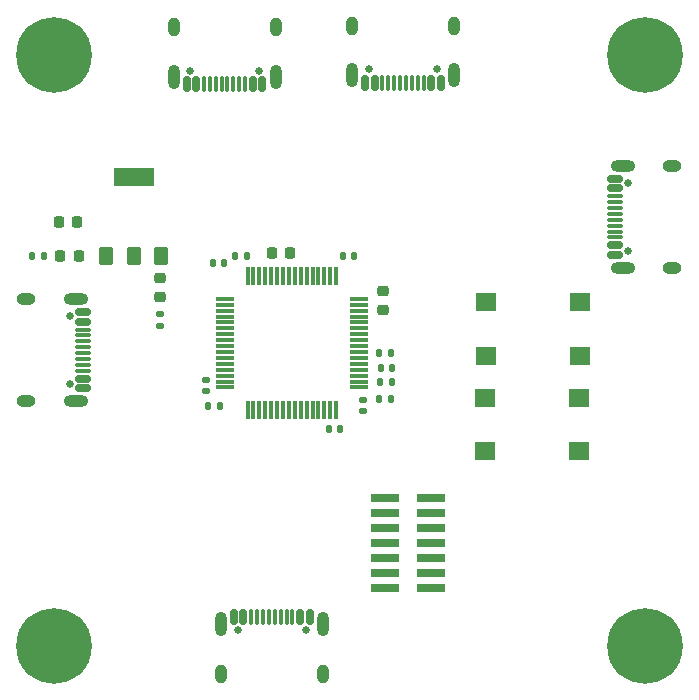
<source format=gbr>
%TF.GenerationSoftware,KiCad,Pcbnew,9.0.1*%
%TF.CreationDate,2025-04-07T20:17:48+02:00*%
%TF.ProjectId,PCB_COM,5043425f-434f-44d2-9e6b-696361645f70,rev?*%
%TF.SameCoordinates,Original*%
%TF.FileFunction,Soldermask,Top*%
%TF.FilePolarity,Negative*%
%FSLAX46Y46*%
G04 Gerber Fmt 4.6, Leading zero omitted, Abs format (unit mm)*
G04 Created by KiCad (PCBNEW 9.0.1) date 2025-04-07 20:17:48*
%MOMM*%
%LPD*%
G01*
G04 APERTURE LIST*
G04 Aperture macros list*
%AMRoundRect*
0 Rectangle with rounded corners*
0 $1 Rounding radius*
0 $2 $3 $4 $5 $6 $7 $8 $9 X,Y pos of 4 corners*
0 Add a 4 corners polygon primitive as box body*
4,1,4,$2,$3,$4,$5,$6,$7,$8,$9,$2,$3,0*
0 Add four circle primitives for the rounded corners*
1,1,$1+$1,$2,$3*
1,1,$1+$1,$4,$5*
1,1,$1+$1,$6,$7*
1,1,$1+$1,$8,$9*
0 Add four rect primitives between the rounded corners*
20,1,$1+$1,$2,$3,$4,$5,0*
20,1,$1+$1,$4,$5,$6,$7,0*
20,1,$1+$1,$6,$7,$8,$9,0*
20,1,$1+$1,$8,$9,$2,$3,0*%
G04 Aperture macros list end*
%ADD10RoundRect,0.140000X-0.140000X-0.170000X0.140000X-0.170000X0.140000X0.170000X-0.140000X0.170000X0*%
%ADD11RoundRect,0.140000X-0.170000X0.140000X-0.170000X-0.140000X0.170000X-0.140000X0.170000X0.140000X0*%
%ADD12RoundRect,0.140000X0.170000X-0.140000X0.170000X0.140000X-0.170000X0.140000X-0.170000X-0.140000X0*%
%ADD13RoundRect,0.140000X0.140000X0.170000X-0.140000X0.170000X-0.140000X-0.170000X0.140000X-0.170000X0*%
%ADD14RoundRect,0.225000X-0.250000X0.225000X-0.250000X-0.225000X0.250000X-0.225000X0.250000X0.225000X0*%
%ADD15RoundRect,0.225000X-0.225000X-0.250000X0.225000X-0.250000X0.225000X0.250000X-0.225000X0.250000X0*%
%ADD16RoundRect,0.102000X-0.775000X-0.650000X0.775000X-0.650000X0.775000X0.650000X-0.775000X0.650000X0*%
%ADD17O,1.600000X1.000000*%
%ADD18O,2.100000X1.000000*%
%ADD19RoundRect,0.150000X-0.500000X0.150000X-0.500000X-0.150000X0.500000X-0.150000X0.500000X0.150000X0*%
%ADD20RoundRect,0.075000X-0.575000X0.075000X-0.575000X-0.075000X0.575000X-0.075000X0.575000X0.075000X0*%
%ADD21C,0.650000*%
%ADD22O,1.000000X1.600000*%
%ADD23O,1.000000X2.100000*%
%ADD24RoundRect,0.150000X-0.150000X-0.500000X0.150000X-0.500000X0.150000X0.500000X-0.150000X0.500000X0*%
%ADD25RoundRect,0.075000X-0.075000X-0.575000X0.075000X-0.575000X0.075000X0.575000X-0.075000X0.575000X0*%
%ADD26RoundRect,0.150000X0.500000X-0.150000X0.500000X0.150000X-0.500000X0.150000X-0.500000X-0.150000X0*%
%ADD27RoundRect,0.075000X0.575000X-0.075000X0.575000X0.075000X-0.575000X0.075000X-0.575000X-0.075000X0*%
%ADD28RoundRect,0.150000X0.150000X0.500000X-0.150000X0.500000X-0.150000X-0.500000X0.150000X-0.500000X0*%
%ADD29RoundRect,0.075000X0.075000X0.575000X-0.075000X0.575000X-0.075000X-0.575000X0.075000X-0.575000X0*%
%ADD30C,0.800000*%
%ADD31C,6.400000*%
%ADD32RoundRect,0.135000X0.135000X0.185000X-0.135000X0.185000X-0.135000X-0.185000X0.135000X-0.185000X0*%
%ADD33RoundRect,0.218750X-0.218750X-0.256250X0.218750X-0.256250X0.218750X0.256250X-0.218750X0.256250X0*%
%ADD34RoundRect,0.075000X0.700000X0.075000X-0.700000X0.075000X-0.700000X-0.075000X0.700000X-0.075000X0*%
%ADD35RoundRect,0.075000X0.075000X0.700000X-0.075000X0.700000X-0.075000X-0.700000X0.075000X-0.700000X0*%
%ADD36RoundRect,0.135000X-0.135000X-0.185000X0.135000X-0.185000X0.135000X0.185000X-0.135000X0.185000X0*%
%ADD37RoundRect,0.218750X0.256250X-0.218750X0.256250X0.218750X-0.256250X0.218750X-0.256250X-0.218750X0*%
%ADD38RoundRect,0.135000X-0.185000X0.135000X-0.185000X-0.135000X0.185000X-0.135000X0.185000X0.135000X0*%
%ADD39R,2.400000X0.740000*%
%ADD40RoundRect,0.102000X1.625000X-0.675000X1.625000X0.675000X-1.625000X0.675000X-1.625000X-0.675000X0*%
%ADD41RoundRect,0.102000X0.475000X-0.675000X0.475000X0.675000X-0.475000X0.675000X-0.475000X-0.675000X0*%
G04 APERTURE END LIST*
D10*
%TO.C,C10*%
X148380000Y-92000000D03*
X147420000Y-92000000D03*
%TD*%
D11*
%TO.C,C5*%
X149100000Y-105180000D03*
X149100000Y-104220000D03*
%TD*%
D10*
%TO.C,C7*%
X138320000Y-92000000D03*
X139280000Y-92000000D03*
%TD*%
D12*
%TO.C,C8*%
X135800000Y-103480000D03*
X135800000Y-102520000D03*
%TD*%
D13*
%TO.C,C6*%
X147180000Y-106700000D03*
X146220000Y-106700000D03*
%TD*%
D14*
%TO.C,C4*%
X150800000Y-96575000D03*
X150800000Y-95025000D03*
%TD*%
D15*
%TO.C,C9*%
X142950000Y-91800000D03*
X141400000Y-91800000D03*
%TD*%
D10*
%TO.C,C11*%
X136980000Y-104700000D03*
X136020000Y-104700000D03*
%TD*%
D15*
%TO.C,C3*%
X124937500Y-89100000D03*
X123387500Y-89100000D03*
%TD*%
D10*
%TO.C,C2*%
X137380000Y-92600000D03*
X136420000Y-92600000D03*
%TD*%
D16*
%TO.C,SW2*%
X167375000Y-108550000D03*
X159425000Y-108550000D03*
X167375000Y-104050000D03*
X159425000Y-104050000D03*
%TD*%
D17*
%TO.C,J2*%
X120625000Y-104320000D03*
D18*
X124805000Y-104320000D03*
D17*
X120625000Y-95680000D03*
D18*
X124805000Y-95680000D03*
D19*
X125445000Y-96800000D03*
X125445000Y-97600000D03*
D20*
X125445000Y-98250000D03*
X125445000Y-99250000D03*
X125445000Y-100750000D03*
X125445000Y-101750000D03*
D19*
X125445000Y-102400000D03*
X125445000Y-103200000D03*
X125445000Y-103200000D03*
X125445000Y-102400000D03*
D20*
X125445000Y-101250000D03*
X125445000Y-100250000D03*
X125445000Y-99750000D03*
X125445000Y-98750000D03*
D19*
X125445000Y-97600000D03*
X125445000Y-96800000D03*
D21*
X124305000Y-102890000D03*
X124305000Y-97110000D03*
%TD*%
D22*
%TO.C,J6*%
X145720000Y-127375000D03*
D23*
X145720000Y-123195000D03*
D22*
X137080000Y-127375000D03*
D23*
X137080000Y-123195000D03*
D24*
X138200000Y-122555000D03*
X139000000Y-122555000D03*
D25*
X139650000Y-122555000D03*
X140650000Y-122555000D03*
X142150000Y-122555000D03*
X143150000Y-122555000D03*
D24*
X143800000Y-122555000D03*
X144600000Y-122555000D03*
X144600000Y-122555000D03*
X143800000Y-122555000D03*
D25*
X142650000Y-122555000D03*
X141650000Y-122555000D03*
X141150000Y-122555000D03*
X140150000Y-122555000D03*
D24*
X139000000Y-122555000D03*
X138200000Y-122555000D03*
D21*
X144290000Y-123695000D03*
X138510000Y-123695000D03*
%TD*%
D17*
%TO.C,J4*%
X175275000Y-84380000D03*
D18*
X171095000Y-84380000D03*
D17*
X175275000Y-93020000D03*
D18*
X171095000Y-93020000D03*
D26*
X170455000Y-91900000D03*
X170455000Y-91100000D03*
D27*
X170455000Y-90450000D03*
X170455000Y-89450000D03*
X170455000Y-87950000D03*
X170455000Y-86950000D03*
D26*
X170455000Y-86300000D03*
X170455000Y-85500000D03*
X170455000Y-85500000D03*
X170455000Y-86300000D03*
D27*
X170455000Y-87450000D03*
X170455000Y-88450000D03*
X170455000Y-88950000D03*
X170455000Y-89950000D03*
D26*
X170455000Y-91100000D03*
X170455000Y-91900000D03*
D21*
X171595000Y-85810000D03*
X171595000Y-91590000D03*
%TD*%
D22*
%TO.C,J5*%
X133080000Y-72665000D03*
D23*
X133080000Y-76845000D03*
D22*
X141720000Y-72665000D03*
D23*
X141720000Y-76845000D03*
D28*
X140600000Y-77485000D03*
X139800000Y-77485000D03*
D29*
X139150000Y-77485000D03*
X138150000Y-77485000D03*
X136650000Y-77485000D03*
X135650000Y-77485000D03*
D28*
X135000000Y-77485000D03*
X134200000Y-77485000D03*
X134200000Y-77485000D03*
X135000000Y-77485000D03*
D29*
X136150000Y-77485000D03*
X137150000Y-77485000D03*
X137650000Y-77485000D03*
X138650000Y-77485000D03*
D28*
X139800000Y-77485000D03*
X140600000Y-77485000D03*
D21*
X134510000Y-76345000D03*
X140290000Y-76345000D03*
%TD*%
D22*
%TO.C,J3*%
X148180000Y-72525000D03*
D23*
X148180000Y-76705000D03*
D22*
X156820000Y-72525000D03*
D23*
X156820000Y-76705000D03*
D28*
X155700000Y-77345000D03*
X154900000Y-77345000D03*
D29*
X154250000Y-77345000D03*
X153250000Y-77345000D03*
X151750000Y-77345000D03*
X150750000Y-77345000D03*
D28*
X150100000Y-77345000D03*
X149300000Y-77345000D03*
X149300000Y-77345000D03*
X150100000Y-77345000D03*
D29*
X151250000Y-77345000D03*
X152250000Y-77345000D03*
X152750000Y-77345000D03*
X153750000Y-77345000D03*
D28*
X154900000Y-77345000D03*
X155700000Y-77345000D03*
D21*
X149610000Y-76205000D03*
X155390000Y-76205000D03*
%TD*%
D16*
%TO.C,SW1*%
X167475000Y-100450000D03*
X159525000Y-100450000D03*
X167475000Y-95950000D03*
X159525000Y-95950000D03*
%TD*%
D30*
%TO.C,H4*%
X175400000Y-125000000D03*
X174697056Y-126697056D03*
X174697056Y-123302944D03*
X173000000Y-127400000D03*
D31*
X173000000Y-125000000D03*
D30*
X173000000Y-122600000D03*
X171302944Y-126697056D03*
X171302944Y-123302944D03*
X170600000Y-125000000D03*
%TD*%
%TO.C,H2*%
X175400000Y-75000000D03*
X174697056Y-76697056D03*
X174697056Y-73302944D03*
X173000000Y-77400000D03*
D31*
X173000000Y-75000000D03*
D30*
X173000000Y-72600000D03*
X171302944Y-76697056D03*
X171302944Y-73302944D03*
X170600000Y-75000000D03*
%TD*%
%TO.C,H1*%
X125400000Y-75000000D03*
X124697056Y-76697056D03*
X124697056Y-73302944D03*
X123000000Y-77400000D03*
D31*
X123000000Y-75000000D03*
D30*
X123000000Y-72600000D03*
X121302944Y-76697056D03*
X121302944Y-73302944D03*
X120600000Y-75000000D03*
%TD*%
%TO.C,H3*%
X125400000Y-125000000D03*
X124697056Y-126697056D03*
X124697056Y-123302944D03*
X123000000Y-127400000D03*
D31*
X123000000Y-125000000D03*
D30*
X123000000Y-122600000D03*
X121302944Y-126697056D03*
X121302944Y-123302944D03*
X120600000Y-125000000D03*
%TD*%
D32*
%TO.C,R2*%
X122097500Y-92000000D03*
X121077500Y-92000000D03*
%TD*%
D33*
%TO.C,D1*%
X123500000Y-92000000D03*
X125075000Y-92000000D03*
%TD*%
D34*
%TO.C,U1*%
X148775000Y-103150000D03*
X148775000Y-102650000D03*
X148775000Y-102150000D03*
X148775000Y-101650000D03*
X148775000Y-101150000D03*
X148775000Y-100650000D03*
X148775000Y-100150000D03*
X148775000Y-99650000D03*
X148775000Y-99150000D03*
X148775000Y-98650000D03*
X148775000Y-98150000D03*
X148775000Y-97650000D03*
X148775000Y-97150000D03*
X148775000Y-96650000D03*
X148775000Y-96150000D03*
X148775000Y-95650000D03*
D35*
X146850000Y-93725000D03*
X146350000Y-93725000D03*
X145850000Y-93725000D03*
X145350000Y-93725000D03*
X144850000Y-93725000D03*
X144350000Y-93725000D03*
X143850000Y-93725000D03*
X143350000Y-93725000D03*
X142850000Y-93725000D03*
X142350000Y-93725000D03*
X141850000Y-93725000D03*
X141350000Y-93725000D03*
X140850000Y-93725000D03*
X140350000Y-93725000D03*
X139850000Y-93725000D03*
X139350000Y-93725000D03*
D34*
X137425000Y-95650000D03*
X137425000Y-96150000D03*
X137425000Y-96650000D03*
X137425000Y-97150000D03*
X137425000Y-97650000D03*
X137425000Y-98150000D03*
X137425000Y-98650000D03*
X137425000Y-99150000D03*
X137425000Y-99650000D03*
X137425000Y-100150000D03*
X137425000Y-100650000D03*
X137425000Y-101150000D03*
X137425000Y-101650000D03*
X137425000Y-102150000D03*
X137425000Y-102650000D03*
X137425000Y-103150000D03*
D35*
X139350000Y-105075000D03*
X139850000Y-105075000D03*
X140350000Y-105075000D03*
X140850000Y-105075000D03*
X141350000Y-105075000D03*
X141850000Y-105075000D03*
X142350000Y-105075000D03*
X142850000Y-105075000D03*
X143350000Y-105075000D03*
X143850000Y-105075000D03*
X144350000Y-105075000D03*
X144850000Y-105075000D03*
X145350000Y-105075000D03*
X145850000Y-105075000D03*
X146350000Y-105075000D03*
X146850000Y-105075000D03*
%TD*%
D36*
%TO.C,R1*%
X150590000Y-102700000D03*
X151610000Y-102700000D03*
%TD*%
D37*
%TO.C,D2*%
X131900000Y-95500000D03*
X131900000Y-93925000D03*
%TD*%
D38*
%TO.C,R3*%
X131900000Y-96892500D03*
X131900000Y-97912500D03*
%TD*%
D39*
%TO.C,J7*%
X154900000Y-120110000D03*
X151000000Y-120110000D03*
X154900000Y-118840000D03*
X151000000Y-118840000D03*
X154900000Y-117570000D03*
X151000000Y-117570000D03*
X154900000Y-116300000D03*
X151000000Y-116300000D03*
X154900000Y-115030000D03*
X151000000Y-115030000D03*
X154900000Y-113760000D03*
X151000000Y-113760000D03*
X154900000Y-112490000D03*
X151000000Y-112490000D03*
%TD*%
D40*
%TO.C,U2*%
X129700000Y-85300000D03*
D41*
X132000000Y-92000000D03*
X129700000Y-92000000D03*
X127400000Y-92000000D03*
%TD*%
D10*
%TO.C,C12*%
X150620000Y-101500000D03*
X151580000Y-101500000D03*
%TD*%
D36*
%TO.C,R4*%
X150490000Y-104100000D03*
X151510000Y-104100000D03*
%TD*%
D10*
%TO.C,C1*%
X150500000Y-100200000D03*
X151460000Y-100200000D03*
%TD*%
M02*

</source>
